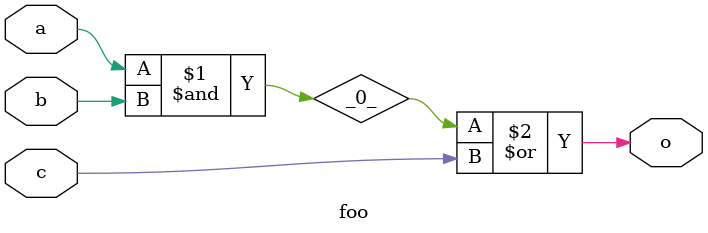
<source format=v>
/* Generated by Yosys 0.9 (git sha1 UNKNOWN, clang 12.0.0 -fPIC -Os) */

(* top =  1  *)
(* src = "foo.v:1" *)
module foo(a, b, c, o);
  (* src = "foo.v:8" *)
  wire _0_;
  (* src = "foo.v:2" *)
  input a;
  (* src = "foo.v:3" *)
  input b;
  (* src = "foo.v:4" *)
  input c;
  (* src = "foo.v:5" *)
  output o;
  assign _0_ = a &(* src = "foo.v:8" *)  b;
  assign o = _0_ |(* src = "foo.v:8" *)  c;
endmodule

</source>
